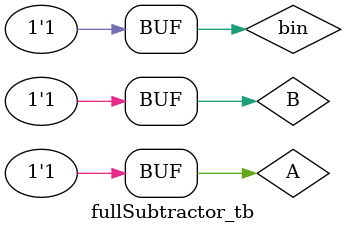
<source format=v>
`timescale 1 ns / 1ns
`include "fullSubtractor.v"
//defining testbench fullSubtractor
module fullSubtractor_tb;
reg A, B, bin; //inputs are A, B, and bin
wire diff, bout; //outputs are diff and bout
//creating instance of fullSubtractor
//A, B, bin are inputs
//diff and bout are outputs
fullSubtractor uut(A, B, bin, diff, bout);
//starting clock
initial begin
//so results can be seen
$dumpfile("fullSubtractor_tb.vcd");
$dumpvars(0, fullSubtractor_tb);
{A, B, bin} = 3'd0; #20; //wait time is 20 seconds
{A, B, bin} = 3'd1; #20; //wait time is 20 seconds
{A, B, bin} = 3'd2; #20; //wait time is 20 seconds
{A, B, bin} = 3'd3; #20; //wait time is 20 seconds
{A, B, bin} = 3'd4; #20; //wait time is 20 seconds
{A, B, bin} = 3'd5; #20; //wait time is 20 seconds
{A, B, bin} = 3'd6; #20; //wait time is 20 seconds
{A, B, bin} = 3'd7; #20; //wait time is 20 seconds
$display("Finished Subtractions"); //when finsihed it displayes finsihed subtractions
end
endmodule //endofmodule

</source>
